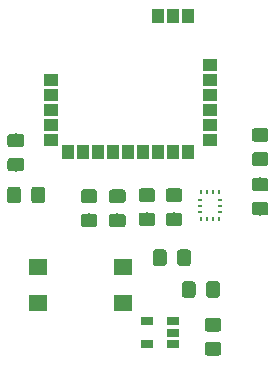
<source format=gbr>
G04 #@! TF.GenerationSoftware,KiCad,Pcbnew,(5.0.2)-1*
G04 #@! TF.CreationDate,2019-03-05T15:04:31-05:00*
G04 #@! TF.ProjectId,BlueNRG-SPBTLE-1S ACM,426c7565-4e52-4472-9d53-5042544c452d,rev?*
G04 #@! TF.SameCoordinates,Original*
G04 #@! TF.FileFunction,Paste,Top*
G04 #@! TF.FilePolarity,Positive*
%FSLAX46Y46*%
G04 Gerber Fmt 4.6, Leading zero omitted, Abs format (unit mm)*
G04 Created by KiCad (PCBNEW (5.0.2)-1) date 3/5/2019 3:04:31 PM*
%MOMM*%
%LPD*%
G01*
G04 APERTURE LIST*
%ADD10R,0.450000X0.200000*%
%ADD11R,0.200000X0.450000*%
%ADD12C,0.100000*%
%ADD13C,1.150000*%
%ADD14R,1.200000X1.000000*%
%ADD15R,1.000000X1.200000*%
%ADD16R,1.060000X0.650000*%
%ADD17R,1.600000X1.400000*%
G04 APERTURE END LIST*
D10*
G04 #@! TO.C,U1*
X156097000Y-79756000D03*
X157847000Y-79756000D03*
X157847000Y-80256000D03*
X157847000Y-79256000D03*
X156097000Y-79256000D03*
X156097000Y-80256000D03*
D11*
X157222000Y-78631000D03*
X157722000Y-78631000D03*
X156722000Y-78631000D03*
X156222000Y-78631000D03*
X157222000Y-80881000D03*
X157722000Y-80881000D03*
X156722000Y-80881000D03*
X156222000Y-80881000D03*
G04 #@! TD*
D12*
G04 #@! TO.C,C1*
G36*
X140996505Y-73659204D02*
X141020773Y-73662804D01*
X141044572Y-73668765D01*
X141067671Y-73677030D01*
X141089850Y-73687520D01*
X141110893Y-73700132D01*
X141130599Y-73714747D01*
X141148777Y-73731223D01*
X141165253Y-73749401D01*
X141179868Y-73769107D01*
X141192480Y-73790150D01*
X141202970Y-73812329D01*
X141211235Y-73835428D01*
X141217196Y-73859227D01*
X141220796Y-73883495D01*
X141222000Y-73907999D01*
X141222000Y-74558001D01*
X141220796Y-74582505D01*
X141217196Y-74606773D01*
X141211235Y-74630572D01*
X141202970Y-74653671D01*
X141192480Y-74675850D01*
X141179868Y-74696893D01*
X141165253Y-74716599D01*
X141148777Y-74734777D01*
X141130599Y-74751253D01*
X141110893Y-74765868D01*
X141089850Y-74778480D01*
X141067671Y-74788970D01*
X141044572Y-74797235D01*
X141020773Y-74803196D01*
X140996505Y-74806796D01*
X140972001Y-74808000D01*
X140071999Y-74808000D01*
X140047495Y-74806796D01*
X140023227Y-74803196D01*
X139999428Y-74797235D01*
X139976329Y-74788970D01*
X139954150Y-74778480D01*
X139933107Y-74765868D01*
X139913401Y-74751253D01*
X139895223Y-74734777D01*
X139878747Y-74716599D01*
X139864132Y-74696893D01*
X139851520Y-74675850D01*
X139841030Y-74653671D01*
X139832765Y-74630572D01*
X139826804Y-74606773D01*
X139823204Y-74582505D01*
X139822000Y-74558001D01*
X139822000Y-73907999D01*
X139823204Y-73883495D01*
X139826804Y-73859227D01*
X139832765Y-73835428D01*
X139841030Y-73812329D01*
X139851520Y-73790150D01*
X139864132Y-73769107D01*
X139878747Y-73749401D01*
X139895223Y-73731223D01*
X139913401Y-73714747D01*
X139933107Y-73700132D01*
X139954150Y-73687520D01*
X139976329Y-73677030D01*
X139999428Y-73668765D01*
X140023227Y-73662804D01*
X140047495Y-73659204D01*
X140071999Y-73658000D01*
X140972001Y-73658000D01*
X140996505Y-73659204D01*
X140996505Y-73659204D01*
G37*
D13*
X140522000Y-74233000D03*
D12*
G36*
X140996505Y-75709204D02*
X141020773Y-75712804D01*
X141044572Y-75718765D01*
X141067671Y-75727030D01*
X141089850Y-75737520D01*
X141110893Y-75750132D01*
X141130599Y-75764747D01*
X141148777Y-75781223D01*
X141165253Y-75799401D01*
X141179868Y-75819107D01*
X141192480Y-75840150D01*
X141202970Y-75862329D01*
X141211235Y-75885428D01*
X141217196Y-75909227D01*
X141220796Y-75933495D01*
X141222000Y-75957999D01*
X141222000Y-76608001D01*
X141220796Y-76632505D01*
X141217196Y-76656773D01*
X141211235Y-76680572D01*
X141202970Y-76703671D01*
X141192480Y-76725850D01*
X141179868Y-76746893D01*
X141165253Y-76766599D01*
X141148777Y-76784777D01*
X141130599Y-76801253D01*
X141110893Y-76815868D01*
X141089850Y-76828480D01*
X141067671Y-76838970D01*
X141044572Y-76847235D01*
X141020773Y-76853196D01*
X140996505Y-76856796D01*
X140972001Y-76858000D01*
X140071999Y-76858000D01*
X140047495Y-76856796D01*
X140023227Y-76853196D01*
X139999428Y-76847235D01*
X139976329Y-76838970D01*
X139954150Y-76828480D01*
X139933107Y-76815868D01*
X139913401Y-76801253D01*
X139895223Y-76784777D01*
X139878747Y-76766599D01*
X139864132Y-76746893D01*
X139851520Y-76725850D01*
X139841030Y-76703671D01*
X139832765Y-76680572D01*
X139826804Y-76656773D01*
X139823204Y-76632505D01*
X139822000Y-76608001D01*
X139822000Y-75957999D01*
X139823204Y-75933495D01*
X139826804Y-75909227D01*
X139832765Y-75885428D01*
X139841030Y-75862329D01*
X139851520Y-75840150D01*
X139864132Y-75819107D01*
X139878747Y-75799401D01*
X139895223Y-75781223D01*
X139913401Y-75764747D01*
X139933107Y-75750132D01*
X139954150Y-75737520D01*
X139976329Y-75727030D01*
X139999428Y-75718765D01*
X140023227Y-75712804D01*
X140047495Y-75709204D01*
X140071999Y-75708000D01*
X140972001Y-75708000D01*
X140996505Y-75709204D01*
X140996505Y-75709204D01*
G37*
D13*
X140522000Y-76283000D03*
G04 #@! TD*
D12*
G04 #@! TO.C,C2*
G36*
X154396505Y-80334204D02*
X154420773Y-80337804D01*
X154444572Y-80343765D01*
X154467671Y-80352030D01*
X154489850Y-80362520D01*
X154510893Y-80375132D01*
X154530599Y-80389747D01*
X154548777Y-80406223D01*
X154565253Y-80424401D01*
X154579868Y-80444107D01*
X154592480Y-80465150D01*
X154602970Y-80487329D01*
X154611235Y-80510428D01*
X154617196Y-80534227D01*
X154620796Y-80558495D01*
X154622000Y-80582999D01*
X154622000Y-81233001D01*
X154620796Y-81257505D01*
X154617196Y-81281773D01*
X154611235Y-81305572D01*
X154602970Y-81328671D01*
X154592480Y-81350850D01*
X154579868Y-81371893D01*
X154565253Y-81391599D01*
X154548777Y-81409777D01*
X154530599Y-81426253D01*
X154510893Y-81440868D01*
X154489850Y-81453480D01*
X154467671Y-81463970D01*
X154444572Y-81472235D01*
X154420773Y-81478196D01*
X154396505Y-81481796D01*
X154372001Y-81483000D01*
X153471999Y-81483000D01*
X153447495Y-81481796D01*
X153423227Y-81478196D01*
X153399428Y-81472235D01*
X153376329Y-81463970D01*
X153354150Y-81453480D01*
X153333107Y-81440868D01*
X153313401Y-81426253D01*
X153295223Y-81409777D01*
X153278747Y-81391599D01*
X153264132Y-81371893D01*
X153251520Y-81350850D01*
X153241030Y-81328671D01*
X153232765Y-81305572D01*
X153226804Y-81281773D01*
X153223204Y-81257505D01*
X153222000Y-81233001D01*
X153222000Y-80582999D01*
X153223204Y-80558495D01*
X153226804Y-80534227D01*
X153232765Y-80510428D01*
X153241030Y-80487329D01*
X153251520Y-80465150D01*
X153264132Y-80444107D01*
X153278747Y-80424401D01*
X153295223Y-80406223D01*
X153313401Y-80389747D01*
X153333107Y-80375132D01*
X153354150Y-80362520D01*
X153376329Y-80352030D01*
X153399428Y-80343765D01*
X153423227Y-80337804D01*
X153447495Y-80334204D01*
X153471999Y-80333000D01*
X154372001Y-80333000D01*
X154396505Y-80334204D01*
X154396505Y-80334204D01*
G37*
D13*
X153922000Y-80908000D03*
D12*
G36*
X154396505Y-78284204D02*
X154420773Y-78287804D01*
X154444572Y-78293765D01*
X154467671Y-78302030D01*
X154489850Y-78312520D01*
X154510893Y-78325132D01*
X154530599Y-78339747D01*
X154548777Y-78356223D01*
X154565253Y-78374401D01*
X154579868Y-78394107D01*
X154592480Y-78415150D01*
X154602970Y-78437329D01*
X154611235Y-78460428D01*
X154617196Y-78484227D01*
X154620796Y-78508495D01*
X154622000Y-78532999D01*
X154622000Y-79183001D01*
X154620796Y-79207505D01*
X154617196Y-79231773D01*
X154611235Y-79255572D01*
X154602970Y-79278671D01*
X154592480Y-79300850D01*
X154579868Y-79321893D01*
X154565253Y-79341599D01*
X154548777Y-79359777D01*
X154530599Y-79376253D01*
X154510893Y-79390868D01*
X154489850Y-79403480D01*
X154467671Y-79413970D01*
X154444572Y-79422235D01*
X154420773Y-79428196D01*
X154396505Y-79431796D01*
X154372001Y-79433000D01*
X153471999Y-79433000D01*
X153447495Y-79431796D01*
X153423227Y-79428196D01*
X153399428Y-79422235D01*
X153376329Y-79413970D01*
X153354150Y-79403480D01*
X153333107Y-79390868D01*
X153313401Y-79376253D01*
X153295223Y-79359777D01*
X153278747Y-79341599D01*
X153264132Y-79321893D01*
X153251520Y-79300850D01*
X153241030Y-79278671D01*
X153232765Y-79255572D01*
X153226804Y-79231773D01*
X153223204Y-79207505D01*
X153222000Y-79183001D01*
X153222000Y-78532999D01*
X153223204Y-78508495D01*
X153226804Y-78484227D01*
X153232765Y-78460428D01*
X153241030Y-78437329D01*
X153251520Y-78415150D01*
X153264132Y-78394107D01*
X153278747Y-78374401D01*
X153295223Y-78356223D01*
X153313401Y-78339747D01*
X153333107Y-78325132D01*
X153354150Y-78312520D01*
X153376329Y-78302030D01*
X153399428Y-78293765D01*
X153423227Y-78287804D01*
X153447495Y-78284204D01*
X153471999Y-78283000D01*
X154372001Y-78283000D01*
X154396505Y-78284204D01*
X154396505Y-78284204D01*
G37*
D13*
X153922000Y-78858000D03*
G04 #@! TD*
D12*
G04 #@! TO.C,C3*
G36*
X140721505Y-78159204D02*
X140745773Y-78162804D01*
X140769572Y-78168765D01*
X140792671Y-78177030D01*
X140814850Y-78187520D01*
X140835893Y-78200132D01*
X140855599Y-78214747D01*
X140873777Y-78231223D01*
X140890253Y-78249401D01*
X140904868Y-78269107D01*
X140917480Y-78290150D01*
X140927970Y-78312329D01*
X140936235Y-78335428D01*
X140942196Y-78359227D01*
X140945796Y-78383495D01*
X140947000Y-78407999D01*
X140947000Y-79308001D01*
X140945796Y-79332505D01*
X140942196Y-79356773D01*
X140936235Y-79380572D01*
X140927970Y-79403671D01*
X140917480Y-79425850D01*
X140904868Y-79446893D01*
X140890253Y-79466599D01*
X140873777Y-79484777D01*
X140855599Y-79501253D01*
X140835893Y-79515868D01*
X140814850Y-79528480D01*
X140792671Y-79538970D01*
X140769572Y-79547235D01*
X140745773Y-79553196D01*
X140721505Y-79556796D01*
X140697001Y-79558000D01*
X140046999Y-79558000D01*
X140022495Y-79556796D01*
X139998227Y-79553196D01*
X139974428Y-79547235D01*
X139951329Y-79538970D01*
X139929150Y-79528480D01*
X139908107Y-79515868D01*
X139888401Y-79501253D01*
X139870223Y-79484777D01*
X139853747Y-79466599D01*
X139839132Y-79446893D01*
X139826520Y-79425850D01*
X139816030Y-79403671D01*
X139807765Y-79380572D01*
X139801804Y-79356773D01*
X139798204Y-79332505D01*
X139797000Y-79308001D01*
X139797000Y-78407999D01*
X139798204Y-78383495D01*
X139801804Y-78359227D01*
X139807765Y-78335428D01*
X139816030Y-78312329D01*
X139826520Y-78290150D01*
X139839132Y-78269107D01*
X139853747Y-78249401D01*
X139870223Y-78231223D01*
X139888401Y-78214747D01*
X139908107Y-78200132D01*
X139929150Y-78187520D01*
X139951329Y-78177030D01*
X139974428Y-78168765D01*
X139998227Y-78162804D01*
X140022495Y-78159204D01*
X140046999Y-78158000D01*
X140697001Y-78158000D01*
X140721505Y-78159204D01*
X140721505Y-78159204D01*
G37*
D13*
X140372000Y-78858000D03*
D12*
G36*
X142771505Y-78159204D02*
X142795773Y-78162804D01*
X142819572Y-78168765D01*
X142842671Y-78177030D01*
X142864850Y-78187520D01*
X142885893Y-78200132D01*
X142905599Y-78214747D01*
X142923777Y-78231223D01*
X142940253Y-78249401D01*
X142954868Y-78269107D01*
X142967480Y-78290150D01*
X142977970Y-78312329D01*
X142986235Y-78335428D01*
X142992196Y-78359227D01*
X142995796Y-78383495D01*
X142997000Y-78407999D01*
X142997000Y-79308001D01*
X142995796Y-79332505D01*
X142992196Y-79356773D01*
X142986235Y-79380572D01*
X142977970Y-79403671D01*
X142967480Y-79425850D01*
X142954868Y-79446893D01*
X142940253Y-79466599D01*
X142923777Y-79484777D01*
X142905599Y-79501253D01*
X142885893Y-79515868D01*
X142864850Y-79528480D01*
X142842671Y-79538970D01*
X142819572Y-79547235D01*
X142795773Y-79553196D01*
X142771505Y-79556796D01*
X142747001Y-79558000D01*
X142096999Y-79558000D01*
X142072495Y-79556796D01*
X142048227Y-79553196D01*
X142024428Y-79547235D01*
X142001329Y-79538970D01*
X141979150Y-79528480D01*
X141958107Y-79515868D01*
X141938401Y-79501253D01*
X141920223Y-79484777D01*
X141903747Y-79466599D01*
X141889132Y-79446893D01*
X141876520Y-79425850D01*
X141866030Y-79403671D01*
X141857765Y-79380572D01*
X141851804Y-79356773D01*
X141848204Y-79332505D01*
X141847000Y-79308001D01*
X141847000Y-78407999D01*
X141848204Y-78383495D01*
X141851804Y-78359227D01*
X141857765Y-78335428D01*
X141866030Y-78312329D01*
X141876520Y-78290150D01*
X141889132Y-78269107D01*
X141903747Y-78249401D01*
X141920223Y-78231223D01*
X141938401Y-78214747D01*
X141958107Y-78200132D01*
X141979150Y-78187520D01*
X142001329Y-78177030D01*
X142024428Y-78168765D01*
X142048227Y-78162804D01*
X142072495Y-78159204D01*
X142096999Y-78158000D01*
X142747001Y-78158000D01*
X142771505Y-78159204D01*
X142771505Y-78159204D01*
G37*
D13*
X142422000Y-78858000D03*
G04 #@! TD*
D12*
G04 #@! TO.C,C4*
G36*
X152096505Y-80334204D02*
X152120773Y-80337804D01*
X152144572Y-80343765D01*
X152167671Y-80352030D01*
X152189850Y-80362520D01*
X152210893Y-80375132D01*
X152230599Y-80389747D01*
X152248777Y-80406223D01*
X152265253Y-80424401D01*
X152279868Y-80444107D01*
X152292480Y-80465150D01*
X152302970Y-80487329D01*
X152311235Y-80510428D01*
X152317196Y-80534227D01*
X152320796Y-80558495D01*
X152322000Y-80582999D01*
X152322000Y-81233001D01*
X152320796Y-81257505D01*
X152317196Y-81281773D01*
X152311235Y-81305572D01*
X152302970Y-81328671D01*
X152292480Y-81350850D01*
X152279868Y-81371893D01*
X152265253Y-81391599D01*
X152248777Y-81409777D01*
X152230599Y-81426253D01*
X152210893Y-81440868D01*
X152189850Y-81453480D01*
X152167671Y-81463970D01*
X152144572Y-81472235D01*
X152120773Y-81478196D01*
X152096505Y-81481796D01*
X152072001Y-81483000D01*
X151171999Y-81483000D01*
X151147495Y-81481796D01*
X151123227Y-81478196D01*
X151099428Y-81472235D01*
X151076329Y-81463970D01*
X151054150Y-81453480D01*
X151033107Y-81440868D01*
X151013401Y-81426253D01*
X150995223Y-81409777D01*
X150978747Y-81391599D01*
X150964132Y-81371893D01*
X150951520Y-81350850D01*
X150941030Y-81328671D01*
X150932765Y-81305572D01*
X150926804Y-81281773D01*
X150923204Y-81257505D01*
X150922000Y-81233001D01*
X150922000Y-80582999D01*
X150923204Y-80558495D01*
X150926804Y-80534227D01*
X150932765Y-80510428D01*
X150941030Y-80487329D01*
X150951520Y-80465150D01*
X150964132Y-80444107D01*
X150978747Y-80424401D01*
X150995223Y-80406223D01*
X151013401Y-80389747D01*
X151033107Y-80375132D01*
X151054150Y-80362520D01*
X151076329Y-80352030D01*
X151099428Y-80343765D01*
X151123227Y-80337804D01*
X151147495Y-80334204D01*
X151171999Y-80333000D01*
X152072001Y-80333000D01*
X152096505Y-80334204D01*
X152096505Y-80334204D01*
G37*
D13*
X151622000Y-80908000D03*
D12*
G36*
X152096505Y-78284204D02*
X152120773Y-78287804D01*
X152144572Y-78293765D01*
X152167671Y-78302030D01*
X152189850Y-78312520D01*
X152210893Y-78325132D01*
X152230599Y-78339747D01*
X152248777Y-78356223D01*
X152265253Y-78374401D01*
X152279868Y-78394107D01*
X152292480Y-78415150D01*
X152302970Y-78437329D01*
X152311235Y-78460428D01*
X152317196Y-78484227D01*
X152320796Y-78508495D01*
X152322000Y-78532999D01*
X152322000Y-79183001D01*
X152320796Y-79207505D01*
X152317196Y-79231773D01*
X152311235Y-79255572D01*
X152302970Y-79278671D01*
X152292480Y-79300850D01*
X152279868Y-79321893D01*
X152265253Y-79341599D01*
X152248777Y-79359777D01*
X152230599Y-79376253D01*
X152210893Y-79390868D01*
X152189850Y-79403480D01*
X152167671Y-79413970D01*
X152144572Y-79422235D01*
X152120773Y-79428196D01*
X152096505Y-79431796D01*
X152072001Y-79433000D01*
X151171999Y-79433000D01*
X151147495Y-79431796D01*
X151123227Y-79428196D01*
X151099428Y-79422235D01*
X151076329Y-79413970D01*
X151054150Y-79403480D01*
X151033107Y-79390868D01*
X151013401Y-79376253D01*
X150995223Y-79359777D01*
X150978747Y-79341599D01*
X150964132Y-79321893D01*
X150951520Y-79300850D01*
X150941030Y-79278671D01*
X150932765Y-79255572D01*
X150926804Y-79231773D01*
X150923204Y-79207505D01*
X150922000Y-79183001D01*
X150922000Y-78532999D01*
X150923204Y-78508495D01*
X150926804Y-78484227D01*
X150932765Y-78460428D01*
X150941030Y-78437329D01*
X150951520Y-78415150D01*
X150964132Y-78394107D01*
X150978747Y-78374401D01*
X150995223Y-78356223D01*
X151013401Y-78339747D01*
X151033107Y-78325132D01*
X151054150Y-78312520D01*
X151076329Y-78302030D01*
X151099428Y-78293765D01*
X151123227Y-78287804D01*
X151147495Y-78284204D01*
X151171999Y-78283000D01*
X152072001Y-78283000D01*
X152096505Y-78284204D01*
X152096505Y-78284204D01*
G37*
D13*
X151622000Y-78858000D03*
G04 #@! TD*
D12*
G04 #@! TO.C,C5*
G36*
X161696505Y-73184204D02*
X161720773Y-73187804D01*
X161744572Y-73193765D01*
X161767671Y-73202030D01*
X161789850Y-73212520D01*
X161810893Y-73225132D01*
X161830599Y-73239747D01*
X161848777Y-73256223D01*
X161865253Y-73274401D01*
X161879868Y-73294107D01*
X161892480Y-73315150D01*
X161902970Y-73337329D01*
X161911235Y-73360428D01*
X161917196Y-73384227D01*
X161920796Y-73408495D01*
X161922000Y-73432999D01*
X161922000Y-74083001D01*
X161920796Y-74107505D01*
X161917196Y-74131773D01*
X161911235Y-74155572D01*
X161902970Y-74178671D01*
X161892480Y-74200850D01*
X161879868Y-74221893D01*
X161865253Y-74241599D01*
X161848777Y-74259777D01*
X161830599Y-74276253D01*
X161810893Y-74290868D01*
X161789850Y-74303480D01*
X161767671Y-74313970D01*
X161744572Y-74322235D01*
X161720773Y-74328196D01*
X161696505Y-74331796D01*
X161672001Y-74333000D01*
X160771999Y-74333000D01*
X160747495Y-74331796D01*
X160723227Y-74328196D01*
X160699428Y-74322235D01*
X160676329Y-74313970D01*
X160654150Y-74303480D01*
X160633107Y-74290868D01*
X160613401Y-74276253D01*
X160595223Y-74259777D01*
X160578747Y-74241599D01*
X160564132Y-74221893D01*
X160551520Y-74200850D01*
X160541030Y-74178671D01*
X160532765Y-74155572D01*
X160526804Y-74131773D01*
X160523204Y-74107505D01*
X160522000Y-74083001D01*
X160522000Y-73432999D01*
X160523204Y-73408495D01*
X160526804Y-73384227D01*
X160532765Y-73360428D01*
X160541030Y-73337329D01*
X160551520Y-73315150D01*
X160564132Y-73294107D01*
X160578747Y-73274401D01*
X160595223Y-73256223D01*
X160613401Y-73239747D01*
X160633107Y-73225132D01*
X160654150Y-73212520D01*
X160676329Y-73202030D01*
X160699428Y-73193765D01*
X160723227Y-73187804D01*
X160747495Y-73184204D01*
X160771999Y-73183000D01*
X161672001Y-73183000D01*
X161696505Y-73184204D01*
X161696505Y-73184204D01*
G37*
D13*
X161222000Y-73758000D03*
D12*
G36*
X161696505Y-75234204D02*
X161720773Y-75237804D01*
X161744572Y-75243765D01*
X161767671Y-75252030D01*
X161789850Y-75262520D01*
X161810893Y-75275132D01*
X161830599Y-75289747D01*
X161848777Y-75306223D01*
X161865253Y-75324401D01*
X161879868Y-75344107D01*
X161892480Y-75365150D01*
X161902970Y-75387329D01*
X161911235Y-75410428D01*
X161917196Y-75434227D01*
X161920796Y-75458495D01*
X161922000Y-75482999D01*
X161922000Y-76133001D01*
X161920796Y-76157505D01*
X161917196Y-76181773D01*
X161911235Y-76205572D01*
X161902970Y-76228671D01*
X161892480Y-76250850D01*
X161879868Y-76271893D01*
X161865253Y-76291599D01*
X161848777Y-76309777D01*
X161830599Y-76326253D01*
X161810893Y-76340868D01*
X161789850Y-76353480D01*
X161767671Y-76363970D01*
X161744572Y-76372235D01*
X161720773Y-76378196D01*
X161696505Y-76381796D01*
X161672001Y-76383000D01*
X160771999Y-76383000D01*
X160747495Y-76381796D01*
X160723227Y-76378196D01*
X160699428Y-76372235D01*
X160676329Y-76363970D01*
X160654150Y-76353480D01*
X160633107Y-76340868D01*
X160613401Y-76326253D01*
X160595223Y-76309777D01*
X160578747Y-76291599D01*
X160564132Y-76271893D01*
X160551520Y-76250850D01*
X160541030Y-76228671D01*
X160532765Y-76205572D01*
X160526804Y-76181773D01*
X160523204Y-76157505D01*
X160522000Y-76133001D01*
X160522000Y-75482999D01*
X160523204Y-75458495D01*
X160526804Y-75434227D01*
X160532765Y-75410428D01*
X160541030Y-75387329D01*
X160551520Y-75365150D01*
X160564132Y-75344107D01*
X160578747Y-75324401D01*
X160595223Y-75306223D01*
X160613401Y-75289747D01*
X160633107Y-75275132D01*
X160654150Y-75262520D01*
X160676329Y-75252030D01*
X160699428Y-75243765D01*
X160723227Y-75237804D01*
X160747495Y-75234204D01*
X160771999Y-75233000D01*
X161672001Y-75233000D01*
X161696505Y-75234204D01*
X161696505Y-75234204D01*
G37*
D13*
X161222000Y-75808000D03*
G04 #@! TD*
D12*
G04 #@! TO.C,D1*
G36*
X149596505Y-78384204D02*
X149620773Y-78387804D01*
X149644572Y-78393765D01*
X149667671Y-78402030D01*
X149689850Y-78412520D01*
X149710893Y-78425132D01*
X149730599Y-78439747D01*
X149748777Y-78456223D01*
X149765253Y-78474401D01*
X149779868Y-78494107D01*
X149792480Y-78515150D01*
X149802970Y-78537329D01*
X149811235Y-78560428D01*
X149817196Y-78584227D01*
X149820796Y-78608495D01*
X149822000Y-78632999D01*
X149822000Y-79283001D01*
X149820796Y-79307505D01*
X149817196Y-79331773D01*
X149811235Y-79355572D01*
X149802970Y-79378671D01*
X149792480Y-79400850D01*
X149779868Y-79421893D01*
X149765253Y-79441599D01*
X149748777Y-79459777D01*
X149730599Y-79476253D01*
X149710893Y-79490868D01*
X149689850Y-79503480D01*
X149667671Y-79513970D01*
X149644572Y-79522235D01*
X149620773Y-79528196D01*
X149596505Y-79531796D01*
X149572001Y-79533000D01*
X148671999Y-79533000D01*
X148647495Y-79531796D01*
X148623227Y-79528196D01*
X148599428Y-79522235D01*
X148576329Y-79513970D01*
X148554150Y-79503480D01*
X148533107Y-79490868D01*
X148513401Y-79476253D01*
X148495223Y-79459777D01*
X148478747Y-79441599D01*
X148464132Y-79421893D01*
X148451520Y-79400850D01*
X148441030Y-79378671D01*
X148432765Y-79355572D01*
X148426804Y-79331773D01*
X148423204Y-79307505D01*
X148422000Y-79283001D01*
X148422000Y-78632999D01*
X148423204Y-78608495D01*
X148426804Y-78584227D01*
X148432765Y-78560428D01*
X148441030Y-78537329D01*
X148451520Y-78515150D01*
X148464132Y-78494107D01*
X148478747Y-78474401D01*
X148495223Y-78456223D01*
X148513401Y-78439747D01*
X148533107Y-78425132D01*
X148554150Y-78412520D01*
X148576329Y-78402030D01*
X148599428Y-78393765D01*
X148623227Y-78387804D01*
X148647495Y-78384204D01*
X148671999Y-78383000D01*
X149572001Y-78383000D01*
X149596505Y-78384204D01*
X149596505Y-78384204D01*
G37*
D13*
X149122000Y-78958000D03*
D12*
G36*
X149596505Y-80434204D02*
X149620773Y-80437804D01*
X149644572Y-80443765D01*
X149667671Y-80452030D01*
X149689850Y-80462520D01*
X149710893Y-80475132D01*
X149730599Y-80489747D01*
X149748777Y-80506223D01*
X149765253Y-80524401D01*
X149779868Y-80544107D01*
X149792480Y-80565150D01*
X149802970Y-80587329D01*
X149811235Y-80610428D01*
X149817196Y-80634227D01*
X149820796Y-80658495D01*
X149822000Y-80682999D01*
X149822000Y-81333001D01*
X149820796Y-81357505D01*
X149817196Y-81381773D01*
X149811235Y-81405572D01*
X149802970Y-81428671D01*
X149792480Y-81450850D01*
X149779868Y-81471893D01*
X149765253Y-81491599D01*
X149748777Y-81509777D01*
X149730599Y-81526253D01*
X149710893Y-81540868D01*
X149689850Y-81553480D01*
X149667671Y-81563970D01*
X149644572Y-81572235D01*
X149620773Y-81578196D01*
X149596505Y-81581796D01*
X149572001Y-81583000D01*
X148671999Y-81583000D01*
X148647495Y-81581796D01*
X148623227Y-81578196D01*
X148599428Y-81572235D01*
X148576329Y-81563970D01*
X148554150Y-81553480D01*
X148533107Y-81540868D01*
X148513401Y-81526253D01*
X148495223Y-81509777D01*
X148478747Y-81491599D01*
X148464132Y-81471893D01*
X148451520Y-81450850D01*
X148441030Y-81428671D01*
X148432765Y-81405572D01*
X148426804Y-81381773D01*
X148423204Y-81357505D01*
X148422000Y-81333001D01*
X148422000Y-80682999D01*
X148423204Y-80658495D01*
X148426804Y-80634227D01*
X148432765Y-80610428D01*
X148441030Y-80587329D01*
X148451520Y-80565150D01*
X148464132Y-80544107D01*
X148478747Y-80524401D01*
X148495223Y-80506223D01*
X148513401Y-80489747D01*
X148533107Y-80475132D01*
X148554150Y-80462520D01*
X148576329Y-80452030D01*
X148599428Y-80443765D01*
X148623227Y-80437804D01*
X148647495Y-80434204D01*
X148671999Y-80433000D01*
X149572001Y-80433000D01*
X149596505Y-80434204D01*
X149596505Y-80434204D01*
G37*
D13*
X149122000Y-81008000D03*
G04 #@! TD*
D12*
G04 #@! TO.C,R1*
G36*
X147196505Y-78384204D02*
X147220773Y-78387804D01*
X147244572Y-78393765D01*
X147267671Y-78402030D01*
X147289850Y-78412520D01*
X147310893Y-78425132D01*
X147330599Y-78439747D01*
X147348777Y-78456223D01*
X147365253Y-78474401D01*
X147379868Y-78494107D01*
X147392480Y-78515150D01*
X147402970Y-78537329D01*
X147411235Y-78560428D01*
X147417196Y-78584227D01*
X147420796Y-78608495D01*
X147422000Y-78632999D01*
X147422000Y-79283001D01*
X147420796Y-79307505D01*
X147417196Y-79331773D01*
X147411235Y-79355572D01*
X147402970Y-79378671D01*
X147392480Y-79400850D01*
X147379868Y-79421893D01*
X147365253Y-79441599D01*
X147348777Y-79459777D01*
X147330599Y-79476253D01*
X147310893Y-79490868D01*
X147289850Y-79503480D01*
X147267671Y-79513970D01*
X147244572Y-79522235D01*
X147220773Y-79528196D01*
X147196505Y-79531796D01*
X147172001Y-79533000D01*
X146271999Y-79533000D01*
X146247495Y-79531796D01*
X146223227Y-79528196D01*
X146199428Y-79522235D01*
X146176329Y-79513970D01*
X146154150Y-79503480D01*
X146133107Y-79490868D01*
X146113401Y-79476253D01*
X146095223Y-79459777D01*
X146078747Y-79441599D01*
X146064132Y-79421893D01*
X146051520Y-79400850D01*
X146041030Y-79378671D01*
X146032765Y-79355572D01*
X146026804Y-79331773D01*
X146023204Y-79307505D01*
X146022000Y-79283001D01*
X146022000Y-78632999D01*
X146023204Y-78608495D01*
X146026804Y-78584227D01*
X146032765Y-78560428D01*
X146041030Y-78537329D01*
X146051520Y-78515150D01*
X146064132Y-78494107D01*
X146078747Y-78474401D01*
X146095223Y-78456223D01*
X146113401Y-78439747D01*
X146133107Y-78425132D01*
X146154150Y-78412520D01*
X146176329Y-78402030D01*
X146199428Y-78393765D01*
X146223227Y-78387804D01*
X146247495Y-78384204D01*
X146271999Y-78383000D01*
X147172001Y-78383000D01*
X147196505Y-78384204D01*
X147196505Y-78384204D01*
G37*
D13*
X146722000Y-78958000D03*
D12*
G36*
X147196505Y-80434204D02*
X147220773Y-80437804D01*
X147244572Y-80443765D01*
X147267671Y-80452030D01*
X147289850Y-80462520D01*
X147310893Y-80475132D01*
X147330599Y-80489747D01*
X147348777Y-80506223D01*
X147365253Y-80524401D01*
X147379868Y-80544107D01*
X147392480Y-80565150D01*
X147402970Y-80587329D01*
X147411235Y-80610428D01*
X147417196Y-80634227D01*
X147420796Y-80658495D01*
X147422000Y-80682999D01*
X147422000Y-81333001D01*
X147420796Y-81357505D01*
X147417196Y-81381773D01*
X147411235Y-81405572D01*
X147402970Y-81428671D01*
X147392480Y-81450850D01*
X147379868Y-81471893D01*
X147365253Y-81491599D01*
X147348777Y-81509777D01*
X147330599Y-81526253D01*
X147310893Y-81540868D01*
X147289850Y-81553480D01*
X147267671Y-81563970D01*
X147244572Y-81572235D01*
X147220773Y-81578196D01*
X147196505Y-81581796D01*
X147172001Y-81583000D01*
X146271999Y-81583000D01*
X146247495Y-81581796D01*
X146223227Y-81578196D01*
X146199428Y-81572235D01*
X146176329Y-81563970D01*
X146154150Y-81553480D01*
X146133107Y-81540868D01*
X146113401Y-81526253D01*
X146095223Y-81509777D01*
X146078747Y-81491599D01*
X146064132Y-81471893D01*
X146051520Y-81450850D01*
X146041030Y-81428671D01*
X146032765Y-81405572D01*
X146026804Y-81381773D01*
X146023204Y-81357505D01*
X146022000Y-81333001D01*
X146022000Y-80682999D01*
X146023204Y-80658495D01*
X146026804Y-80634227D01*
X146032765Y-80610428D01*
X146041030Y-80587329D01*
X146051520Y-80565150D01*
X146064132Y-80544107D01*
X146078747Y-80524401D01*
X146095223Y-80506223D01*
X146113401Y-80489747D01*
X146133107Y-80475132D01*
X146154150Y-80462520D01*
X146176329Y-80452030D01*
X146199428Y-80443765D01*
X146223227Y-80437804D01*
X146247495Y-80434204D01*
X146271999Y-80433000D01*
X147172001Y-80433000D01*
X147196505Y-80434204D01*
X147196505Y-80434204D01*
G37*
D13*
X146722000Y-81008000D03*
G04 #@! TD*
D12*
G04 #@! TO.C,R2*
G36*
X161696505Y-77384204D02*
X161720773Y-77387804D01*
X161744572Y-77393765D01*
X161767671Y-77402030D01*
X161789850Y-77412520D01*
X161810893Y-77425132D01*
X161830599Y-77439747D01*
X161848777Y-77456223D01*
X161865253Y-77474401D01*
X161879868Y-77494107D01*
X161892480Y-77515150D01*
X161902970Y-77537329D01*
X161911235Y-77560428D01*
X161917196Y-77584227D01*
X161920796Y-77608495D01*
X161922000Y-77632999D01*
X161922000Y-78283001D01*
X161920796Y-78307505D01*
X161917196Y-78331773D01*
X161911235Y-78355572D01*
X161902970Y-78378671D01*
X161892480Y-78400850D01*
X161879868Y-78421893D01*
X161865253Y-78441599D01*
X161848777Y-78459777D01*
X161830599Y-78476253D01*
X161810893Y-78490868D01*
X161789850Y-78503480D01*
X161767671Y-78513970D01*
X161744572Y-78522235D01*
X161720773Y-78528196D01*
X161696505Y-78531796D01*
X161672001Y-78533000D01*
X160771999Y-78533000D01*
X160747495Y-78531796D01*
X160723227Y-78528196D01*
X160699428Y-78522235D01*
X160676329Y-78513970D01*
X160654150Y-78503480D01*
X160633107Y-78490868D01*
X160613401Y-78476253D01*
X160595223Y-78459777D01*
X160578747Y-78441599D01*
X160564132Y-78421893D01*
X160551520Y-78400850D01*
X160541030Y-78378671D01*
X160532765Y-78355572D01*
X160526804Y-78331773D01*
X160523204Y-78307505D01*
X160522000Y-78283001D01*
X160522000Y-77632999D01*
X160523204Y-77608495D01*
X160526804Y-77584227D01*
X160532765Y-77560428D01*
X160541030Y-77537329D01*
X160551520Y-77515150D01*
X160564132Y-77494107D01*
X160578747Y-77474401D01*
X160595223Y-77456223D01*
X160613401Y-77439747D01*
X160633107Y-77425132D01*
X160654150Y-77412520D01*
X160676329Y-77402030D01*
X160699428Y-77393765D01*
X160723227Y-77387804D01*
X160747495Y-77384204D01*
X160771999Y-77383000D01*
X161672001Y-77383000D01*
X161696505Y-77384204D01*
X161696505Y-77384204D01*
G37*
D13*
X161222000Y-77958000D03*
D12*
G36*
X161696505Y-79434204D02*
X161720773Y-79437804D01*
X161744572Y-79443765D01*
X161767671Y-79452030D01*
X161789850Y-79462520D01*
X161810893Y-79475132D01*
X161830599Y-79489747D01*
X161848777Y-79506223D01*
X161865253Y-79524401D01*
X161879868Y-79544107D01*
X161892480Y-79565150D01*
X161902970Y-79587329D01*
X161911235Y-79610428D01*
X161917196Y-79634227D01*
X161920796Y-79658495D01*
X161922000Y-79682999D01*
X161922000Y-80333001D01*
X161920796Y-80357505D01*
X161917196Y-80381773D01*
X161911235Y-80405572D01*
X161902970Y-80428671D01*
X161892480Y-80450850D01*
X161879868Y-80471893D01*
X161865253Y-80491599D01*
X161848777Y-80509777D01*
X161830599Y-80526253D01*
X161810893Y-80540868D01*
X161789850Y-80553480D01*
X161767671Y-80563970D01*
X161744572Y-80572235D01*
X161720773Y-80578196D01*
X161696505Y-80581796D01*
X161672001Y-80583000D01*
X160771999Y-80583000D01*
X160747495Y-80581796D01*
X160723227Y-80578196D01*
X160699428Y-80572235D01*
X160676329Y-80563970D01*
X160654150Y-80553480D01*
X160633107Y-80540868D01*
X160613401Y-80526253D01*
X160595223Y-80509777D01*
X160578747Y-80491599D01*
X160564132Y-80471893D01*
X160551520Y-80450850D01*
X160541030Y-80428671D01*
X160532765Y-80405572D01*
X160526804Y-80381773D01*
X160523204Y-80357505D01*
X160522000Y-80333001D01*
X160522000Y-79682999D01*
X160523204Y-79658495D01*
X160526804Y-79634227D01*
X160532765Y-79610428D01*
X160541030Y-79587329D01*
X160551520Y-79565150D01*
X160564132Y-79544107D01*
X160578747Y-79524401D01*
X160595223Y-79506223D01*
X160613401Y-79489747D01*
X160633107Y-79475132D01*
X160654150Y-79462520D01*
X160676329Y-79452030D01*
X160699428Y-79443765D01*
X160723227Y-79437804D01*
X160747495Y-79434204D01*
X160771999Y-79433000D01*
X161672001Y-79433000D01*
X161696505Y-79434204D01*
X161696505Y-79434204D01*
G37*
D13*
X161222000Y-80008000D03*
G04 #@! TD*
D14*
G04 #@! TO.C,U2*
X143510000Y-74184000D03*
X143510000Y-72914000D03*
X143510000Y-71644000D03*
X143510000Y-70374000D03*
X143510000Y-69104000D03*
D15*
X144970000Y-75184000D03*
X146240000Y-75184000D03*
X147510000Y-75184000D03*
X148780000Y-75184000D03*
X150050000Y-75184000D03*
X151320000Y-75184000D03*
X152590000Y-75184000D03*
X153860000Y-75184000D03*
X155130000Y-75184000D03*
D14*
X157010000Y-74184000D03*
X157010000Y-72914000D03*
X157010000Y-71644000D03*
X157010000Y-70374000D03*
X157010000Y-69104000D03*
X157010000Y-67834000D03*
D15*
X155130000Y-63684000D03*
X153860000Y-63684000D03*
X152590000Y-63684000D03*
G04 #@! TD*
D12*
G04 #@! TO.C,C6*
G36*
X157696505Y-91309204D02*
X157720773Y-91312804D01*
X157744572Y-91318765D01*
X157767671Y-91327030D01*
X157789850Y-91337520D01*
X157810893Y-91350132D01*
X157830599Y-91364747D01*
X157848777Y-91381223D01*
X157865253Y-91399401D01*
X157879868Y-91419107D01*
X157892480Y-91440150D01*
X157902970Y-91462329D01*
X157911235Y-91485428D01*
X157917196Y-91509227D01*
X157920796Y-91533495D01*
X157922000Y-91557999D01*
X157922000Y-92208001D01*
X157920796Y-92232505D01*
X157917196Y-92256773D01*
X157911235Y-92280572D01*
X157902970Y-92303671D01*
X157892480Y-92325850D01*
X157879868Y-92346893D01*
X157865253Y-92366599D01*
X157848777Y-92384777D01*
X157830599Y-92401253D01*
X157810893Y-92415868D01*
X157789850Y-92428480D01*
X157767671Y-92438970D01*
X157744572Y-92447235D01*
X157720773Y-92453196D01*
X157696505Y-92456796D01*
X157672001Y-92458000D01*
X156771999Y-92458000D01*
X156747495Y-92456796D01*
X156723227Y-92453196D01*
X156699428Y-92447235D01*
X156676329Y-92438970D01*
X156654150Y-92428480D01*
X156633107Y-92415868D01*
X156613401Y-92401253D01*
X156595223Y-92384777D01*
X156578747Y-92366599D01*
X156564132Y-92346893D01*
X156551520Y-92325850D01*
X156541030Y-92303671D01*
X156532765Y-92280572D01*
X156526804Y-92256773D01*
X156523204Y-92232505D01*
X156522000Y-92208001D01*
X156522000Y-91557999D01*
X156523204Y-91533495D01*
X156526804Y-91509227D01*
X156532765Y-91485428D01*
X156541030Y-91462329D01*
X156551520Y-91440150D01*
X156564132Y-91419107D01*
X156578747Y-91399401D01*
X156595223Y-91381223D01*
X156613401Y-91364747D01*
X156633107Y-91350132D01*
X156654150Y-91337520D01*
X156676329Y-91327030D01*
X156699428Y-91318765D01*
X156723227Y-91312804D01*
X156747495Y-91309204D01*
X156771999Y-91308000D01*
X157672001Y-91308000D01*
X157696505Y-91309204D01*
X157696505Y-91309204D01*
G37*
D13*
X157222000Y-91883000D03*
D12*
G36*
X157696505Y-89259204D02*
X157720773Y-89262804D01*
X157744572Y-89268765D01*
X157767671Y-89277030D01*
X157789850Y-89287520D01*
X157810893Y-89300132D01*
X157830599Y-89314747D01*
X157848777Y-89331223D01*
X157865253Y-89349401D01*
X157879868Y-89369107D01*
X157892480Y-89390150D01*
X157902970Y-89412329D01*
X157911235Y-89435428D01*
X157917196Y-89459227D01*
X157920796Y-89483495D01*
X157922000Y-89507999D01*
X157922000Y-90158001D01*
X157920796Y-90182505D01*
X157917196Y-90206773D01*
X157911235Y-90230572D01*
X157902970Y-90253671D01*
X157892480Y-90275850D01*
X157879868Y-90296893D01*
X157865253Y-90316599D01*
X157848777Y-90334777D01*
X157830599Y-90351253D01*
X157810893Y-90365868D01*
X157789850Y-90378480D01*
X157767671Y-90388970D01*
X157744572Y-90397235D01*
X157720773Y-90403196D01*
X157696505Y-90406796D01*
X157672001Y-90408000D01*
X156771999Y-90408000D01*
X156747495Y-90406796D01*
X156723227Y-90403196D01*
X156699428Y-90397235D01*
X156676329Y-90388970D01*
X156654150Y-90378480D01*
X156633107Y-90365868D01*
X156613401Y-90351253D01*
X156595223Y-90334777D01*
X156578747Y-90316599D01*
X156564132Y-90296893D01*
X156551520Y-90275850D01*
X156541030Y-90253671D01*
X156532765Y-90230572D01*
X156526804Y-90206773D01*
X156523204Y-90182505D01*
X156522000Y-90158001D01*
X156522000Y-89507999D01*
X156523204Y-89483495D01*
X156526804Y-89459227D01*
X156532765Y-89435428D01*
X156541030Y-89412329D01*
X156551520Y-89390150D01*
X156564132Y-89369107D01*
X156578747Y-89349401D01*
X156595223Y-89331223D01*
X156613401Y-89314747D01*
X156633107Y-89300132D01*
X156654150Y-89287520D01*
X156676329Y-89277030D01*
X156699428Y-89268765D01*
X156723227Y-89262804D01*
X156747495Y-89259204D01*
X156771999Y-89258000D01*
X157672001Y-89258000D01*
X157696505Y-89259204D01*
X157696505Y-89259204D01*
G37*
D13*
X157222000Y-89833000D03*
G04 #@! TD*
D12*
G04 #@! TO.C,C7*
G36*
X155521505Y-86159204D02*
X155545773Y-86162804D01*
X155569572Y-86168765D01*
X155592671Y-86177030D01*
X155614850Y-86187520D01*
X155635893Y-86200132D01*
X155655599Y-86214747D01*
X155673777Y-86231223D01*
X155690253Y-86249401D01*
X155704868Y-86269107D01*
X155717480Y-86290150D01*
X155727970Y-86312329D01*
X155736235Y-86335428D01*
X155742196Y-86359227D01*
X155745796Y-86383495D01*
X155747000Y-86407999D01*
X155747000Y-87308001D01*
X155745796Y-87332505D01*
X155742196Y-87356773D01*
X155736235Y-87380572D01*
X155727970Y-87403671D01*
X155717480Y-87425850D01*
X155704868Y-87446893D01*
X155690253Y-87466599D01*
X155673777Y-87484777D01*
X155655599Y-87501253D01*
X155635893Y-87515868D01*
X155614850Y-87528480D01*
X155592671Y-87538970D01*
X155569572Y-87547235D01*
X155545773Y-87553196D01*
X155521505Y-87556796D01*
X155497001Y-87558000D01*
X154846999Y-87558000D01*
X154822495Y-87556796D01*
X154798227Y-87553196D01*
X154774428Y-87547235D01*
X154751329Y-87538970D01*
X154729150Y-87528480D01*
X154708107Y-87515868D01*
X154688401Y-87501253D01*
X154670223Y-87484777D01*
X154653747Y-87466599D01*
X154639132Y-87446893D01*
X154626520Y-87425850D01*
X154616030Y-87403671D01*
X154607765Y-87380572D01*
X154601804Y-87356773D01*
X154598204Y-87332505D01*
X154597000Y-87308001D01*
X154597000Y-86407999D01*
X154598204Y-86383495D01*
X154601804Y-86359227D01*
X154607765Y-86335428D01*
X154616030Y-86312329D01*
X154626520Y-86290150D01*
X154639132Y-86269107D01*
X154653747Y-86249401D01*
X154670223Y-86231223D01*
X154688401Y-86214747D01*
X154708107Y-86200132D01*
X154729150Y-86187520D01*
X154751329Y-86177030D01*
X154774428Y-86168765D01*
X154798227Y-86162804D01*
X154822495Y-86159204D01*
X154846999Y-86158000D01*
X155497001Y-86158000D01*
X155521505Y-86159204D01*
X155521505Y-86159204D01*
G37*
D13*
X155172000Y-86858000D03*
D12*
G36*
X157571505Y-86159204D02*
X157595773Y-86162804D01*
X157619572Y-86168765D01*
X157642671Y-86177030D01*
X157664850Y-86187520D01*
X157685893Y-86200132D01*
X157705599Y-86214747D01*
X157723777Y-86231223D01*
X157740253Y-86249401D01*
X157754868Y-86269107D01*
X157767480Y-86290150D01*
X157777970Y-86312329D01*
X157786235Y-86335428D01*
X157792196Y-86359227D01*
X157795796Y-86383495D01*
X157797000Y-86407999D01*
X157797000Y-87308001D01*
X157795796Y-87332505D01*
X157792196Y-87356773D01*
X157786235Y-87380572D01*
X157777970Y-87403671D01*
X157767480Y-87425850D01*
X157754868Y-87446893D01*
X157740253Y-87466599D01*
X157723777Y-87484777D01*
X157705599Y-87501253D01*
X157685893Y-87515868D01*
X157664850Y-87528480D01*
X157642671Y-87538970D01*
X157619572Y-87547235D01*
X157595773Y-87553196D01*
X157571505Y-87556796D01*
X157547001Y-87558000D01*
X156896999Y-87558000D01*
X156872495Y-87556796D01*
X156848227Y-87553196D01*
X156824428Y-87547235D01*
X156801329Y-87538970D01*
X156779150Y-87528480D01*
X156758107Y-87515868D01*
X156738401Y-87501253D01*
X156720223Y-87484777D01*
X156703747Y-87466599D01*
X156689132Y-87446893D01*
X156676520Y-87425850D01*
X156666030Y-87403671D01*
X156657765Y-87380572D01*
X156651804Y-87356773D01*
X156648204Y-87332505D01*
X156647000Y-87308001D01*
X156647000Y-86407999D01*
X156648204Y-86383495D01*
X156651804Y-86359227D01*
X156657765Y-86335428D01*
X156666030Y-86312329D01*
X156676520Y-86290150D01*
X156689132Y-86269107D01*
X156703747Y-86249401D01*
X156720223Y-86231223D01*
X156738401Y-86214747D01*
X156758107Y-86200132D01*
X156779150Y-86187520D01*
X156801329Y-86177030D01*
X156824428Y-86168765D01*
X156848227Y-86162804D01*
X156872495Y-86159204D01*
X156896999Y-86158000D01*
X157547001Y-86158000D01*
X157571505Y-86159204D01*
X157571505Y-86159204D01*
G37*
D13*
X157222000Y-86858000D03*
G04 #@! TD*
D16*
G04 #@! TO.C,U3*
X153822000Y-91458000D03*
X153822000Y-90508000D03*
X153822000Y-89558000D03*
X151622000Y-89558000D03*
X151622000Y-91458000D03*
G04 #@! TD*
D12*
G04 #@! TO.C,R3*
G36*
X153071505Y-83459204D02*
X153095773Y-83462804D01*
X153119572Y-83468765D01*
X153142671Y-83477030D01*
X153164850Y-83487520D01*
X153185893Y-83500132D01*
X153205599Y-83514747D01*
X153223777Y-83531223D01*
X153240253Y-83549401D01*
X153254868Y-83569107D01*
X153267480Y-83590150D01*
X153277970Y-83612329D01*
X153286235Y-83635428D01*
X153292196Y-83659227D01*
X153295796Y-83683495D01*
X153297000Y-83707999D01*
X153297000Y-84608001D01*
X153295796Y-84632505D01*
X153292196Y-84656773D01*
X153286235Y-84680572D01*
X153277970Y-84703671D01*
X153267480Y-84725850D01*
X153254868Y-84746893D01*
X153240253Y-84766599D01*
X153223777Y-84784777D01*
X153205599Y-84801253D01*
X153185893Y-84815868D01*
X153164850Y-84828480D01*
X153142671Y-84838970D01*
X153119572Y-84847235D01*
X153095773Y-84853196D01*
X153071505Y-84856796D01*
X153047001Y-84858000D01*
X152396999Y-84858000D01*
X152372495Y-84856796D01*
X152348227Y-84853196D01*
X152324428Y-84847235D01*
X152301329Y-84838970D01*
X152279150Y-84828480D01*
X152258107Y-84815868D01*
X152238401Y-84801253D01*
X152220223Y-84784777D01*
X152203747Y-84766599D01*
X152189132Y-84746893D01*
X152176520Y-84725850D01*
X152166030Y-84703671D01*
X152157765Y-84680572D01*
X152151804Y-84656773D01*
X152148204Y-84632505D01*
X152147000Y-84608001D01*
X152147000Y-83707999D01*
X152148204Y-83683495D01*
X152151804Y-83659227D01*
X152157765Y-83635428D01*
X152166030Y-83612329D01*
X152176520Y-83590150D01*
X152189132Y-83569107D01*
X152203747Y-83549401D01*
X152220223Y-83531223D01*
X152238401Y-83514747D01*
X152258107Y-83500132D01*
X152279150Y-83487520D01*
X152301329Y-83477030D01*
X152324428Y-83468765D01*
X152348227Y-83462804D01*
X152372495Y-83459204D01*
X152396999Y-83458000D01*
X153047001Y-83458000D01*
X153071505Y-83459204D01*
X153071505Y-83459204D01*
G37*
D13*
X152722000Y-84158000D03*
D12*
G36*
X155121505Y-83459204D02*
X155145773Y-83462804D01*
X155169572Y-83468765D01*
X155192671Y-83477030D01*
X155214850Y-83487520D01*
X155235893Y-83500132D01*
X155255599Y-83514747D01*
X155273777Y-83531223D01*
X155290253Y-83549401D01*
X155304868Y-83569107D01*
X155317480Y-83590150D01*
X155327970Y-83612329D01*
X155336235Y-83635428D01*
X155342196Y-83659227D01*
X155345796Y-83683495D01*
X155347000Y-83707999D01*
X155347000Y-84608001D01*
X155345796Y-84632505D01*
X155342196Y-84656773D01*
X155336235Y-84680572D01*
X155327970Y-84703671D01*
X155317480Y-84725850D01*
X155304868Y-84746893D01*
X155290253Y-84766599D01*
X155273777Y-84784777D01*
X155255599Y-84801253D01*
X155235893Y-84815868D01*
X155214850Y-84828480D01*
X155192671Y-84838970D01*
X155169572Y-84847235D01*
X155145773Y-84853196D01*
X155121505Y-84856796D01*
X155097001Y-84858000D01*
X154446999Y-84858000D01*
X154422495Y-84856796D01*
X154398227Y-84853196D01*
X154374428Y-84847235D01*
X154351329Y-84838970D01*
X154329150Y-84828480D01*
X154308107Y-84815868D01*
X154288401Y-84801253D01*
X154270223Y-84784777D01*
X154253747Y-84766599D01*
X154239132Y-84746893D01*
X154226520Y-84725850D01*
X154216030Y-84703671D01*
X154207765Y-84680572D01*
X154201804Y-84656773D01*
X154198204Y-84632505D01*
X154197000Y-84608001D01*
X154197000Y-83707999D01*
X154198204Y-83683495D01*
X154201804Y-83659227D01*
X154207765Y-83635428D01*
X154216030Y-83612329D01*
X154226520Y-83590150D01*
X154239132Y-83569107D01*
X154253747Y-83549401D01*
X154270223Y-83531223D01*
X154288401Y-83514747D01*
X154308107Y-83500132D01*
X154329150Y-83487520D01*
X154351329Y-83477030D01*
X154374428Y-83468765D01*
X154398227Y-83462804D01*
X154422495Y-83459204D01*
X154446999Y-83458000D01*
X155097001Y-83458000D01*
X155121505Y-83459204D01*
X155121505Y-83459204D01*
G37*
D13*
X154772000Y-84158000D03*
G04 #@! TD*
D17*
G04 #@! TO.C,TL3305A1*
X142422000Y-87958000D03*
X149622000Y-87958000D03*
X142422000Y-84958000D03*
X149622000Y-84958000D03*
G04 #@! TD*
M02*

</source>
